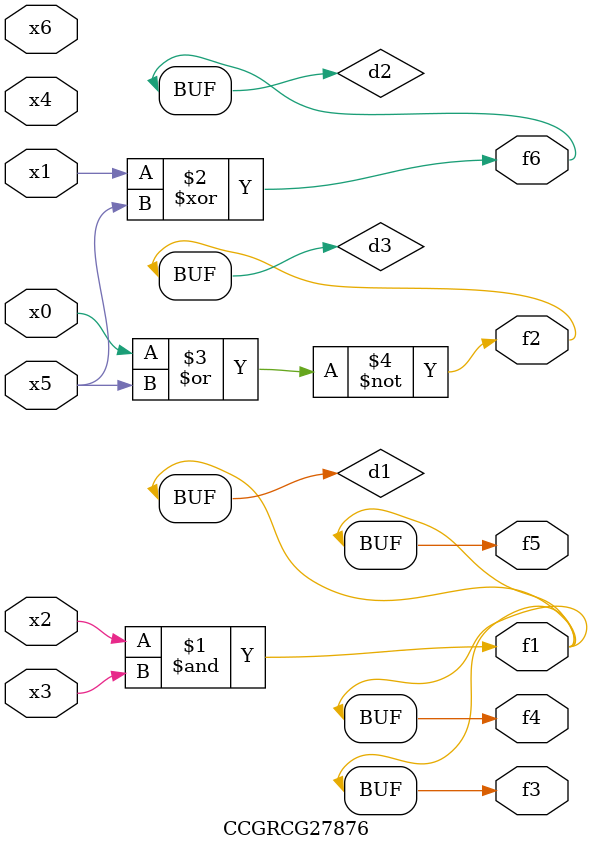
<source format=v>
module CCGRCG27876(
	input x0, x1, x2, x3, x4, x5, x6,
	output f1, f2, f3, f4, f5, f6
);

	wire d1, d2, d3;

	and (d1, x2, x3);
	xor (d2, x1, x5);
	nor (d3, x0, x5);
	assign f1 = d1;
	assign f2 = d3;
	assign f3 = d1;
	assign f4 = d1;
	assign f5 = d1;
	assign f6 = d2;
endmodule

</source>
